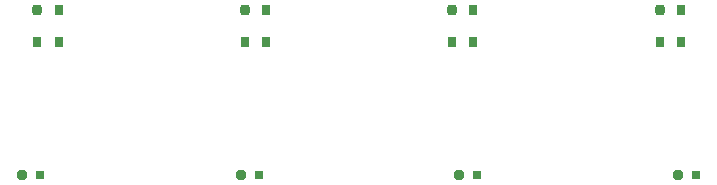
<source format=gbp>
G04*
G04 #@! TF.GenerationSoftware,Altium Limited,Altium Designer,20.1.8 (145)*
G04*
G04 Layer_Color=128*
%FSLAX25Y25*%
%MOIN*%
G70*
G04*
G04 #@! TF.SameCoordinates,412804ED-27A4-4B33-A170-4839FA9A990F*
G04*
G04*
G04 #@! TF.FilePolarity,Positive*
G04*
G01*
G75*
G04:AMPARAMS|DCode=12|XSize=31.5mil|YSize=31.5mil|CornerRadius=7.87mil|HoleSize=0mil|Usage=FLASHONLY|Rotation=0.000|XOffset=0mil|YOffset=0mil|HoleType=Round|Shape=RoundedRectangle|*
%AMROUNDEDRECTD12*
21,1,0.03150,0.01575,0,0,0.0*
21,1,0.01575,0.03150,0,0,0.0*
1,1,0.01575,0.00787,-0.00787*
1,1,0.01575,-0.00787,-0.00787*
1,1,0.01575,-0.00787,0.00787*
1,1,0.01575,0.00787,0.00787*
%
%ADD12ROUNDEDRECTD12*%
%ADD13R,0.03150X0.03150*%
%ADD23R,0.03150X0.03347*%
G04:AMPARAMS|DCode=24|XSize=33.47mil|YSize=31.5mil|CornerRadius=7.87mil|HoleSize=0mil|Usage=FLASHONLY|Rotation=270.000|XOffset=0mil|YOffset=0mil|HoleType=Round|Shape=RoundedRectangle|*
%AMROUNDEDRECTD24*
21,1,0.03347,0.01575,0,0,270.0*
21,1,0.01772,0.03150,0,0,270.0*
1,1,0.01575,-0.00787,-0.00886*
1,1,0.01575,-0.00787,0.00886*
1,1,0.01575,0.00787,0.00886*
1,1,0.01575,0.00787,-0.00886*
%
%ADD24ROUNDEDRECTD24*%
D12*
X35602Y42764D02*
D03*
X108437D02*
D03*
X181272D02*
D03*
X254106D02*
D03*
D13*
X41508D02*
D03*
X114342D02*
D03*
X187177D02*
D03*
X260012D02*
D03*
D23*
X255067Y87165D02*
D03*
X247980D02*
D03*
X255067Y97992D02*
D03*
X185945Y87165D02*
D03*
X178858D02*
D03*
X185945Y97992D02*
D03*
X116823Y87165D02*
D03*
X109736D02*
D03*
X116823Y97992D02*
D03*
X47701Y87165D02*
D03*
X40614D02*
D03*
X47701Y97992D02*
D03*
D24*
X247980D02*
D03*
X178858D02*
D03*
X109736D02*
D03*
X40614D02*
D03*
M02*

</source>
